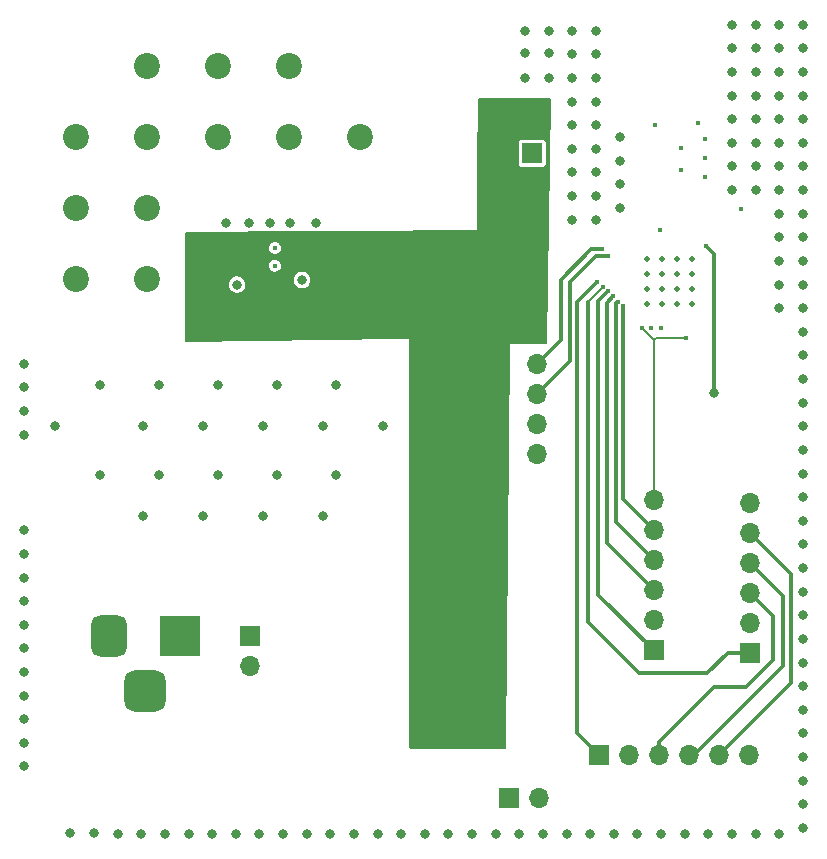
<source format=gbr>
%TF.GenerationSoftware,KiCad,Pcbnew,(6.0.7)*%
%TF.CreationDate,2022-10-02T00:57:54+02:00*%
%TF.ProjectId,sensor_modul,73656e73-6f72-45f6-9d6f-64756c2e6b69,rev?*%
%TF.SameCoordinates,Original*%
%TF.FileFunction,Copper,L3,Inr*%
%TF.FilePolarity,Positive*%
%FSLAX46Y46*%
G04 Gerber Fmt 4.6, Leading zero omitted, Abs format (unit mm)*
G04 Created by KiCad (PCBNEW (6.0.7)) date 2022-10-02 00:57:54*
%MOMM*%
%LPD*%
G01*
G04 APERTURE LIST*
G04 Aperture macros list*
%AMRoundRect*
0 Rectangle with rounded corners*
0 $1 Rounding radius*
0 $2 $3 $4 $5 $6 $7 $8 $9 X,Y pos of 4 corners*
0 Add a 4 corners polygon primitive as box body*
4,1,4,$2,$3,$4,$5,$6,$7,$8,$9,$2,$3,0*
0 Add four circle primitives for the rounded corners*
1,1,$1+$1,$2,$3*
1,1,$1+$1,$4,$5*
1,1,$1+$1,$6,$7*
1,1,$1+$1,$8,$9*
0 Add four rect primitives between the rounded corners*
20,1,$1+$1,$2,$3,$4,$5,0*
20,1,$1+$1,$4,$5,$6,$7,0*
20,1,$1+$1,$6,$7,$8,$9,0*
20,1,$1+$1,$8,$9,$2,$3,0*%
G04 Aperture macros list end*
%TA.AperFunction,ComponentPad*%
%ADD10R,3.500000X3.500000*%
%TD*%
%TA.AperFunction,ComponentPad*%
%ADD11RoundRect,0.750000X-0.750000X-1.000000X0.750000X-1.000000X0.750000X1.000000X-0.750000X1.000000X0*%
%TD*%
%TA.AperFunction,ComponentPad*%
%ADD12RoundRect,0.875000X-0.875000X-0.875000X0.875000X-0.875000X0.875000X0.875000X-0.875000X0.875000X0*%
%TD*%
%TA.AperFunction,ComponentPad*%
%ADD13R,1.700000X1.700000*%
%TD*%
%TA.AperFunction,ComponentPad*%
%ADD14O,1.700000X1.700000*%
%TD*%
%TA.AperFunction,ComponentPad*%
%ADD15C,0.500000*%
%TD*%
%TA.AperFunction,ViaPad*%
%ADD16C,2.200000*%
%TD*%
%TA.AperFunction,ViaPad*%
%ADD17C,0.400000*%
%TD*%
%TA.AperFunction,ViaPad*%
%ADD18C,0.800000*%
%TD*%
%TA.AperFunction,Conductor*%
%ADD19C,0.300000*%
%TD*%
%TA.AperFunction,Conductor*%
%ADD20C,0.200000*%
%TD*%
G04 APERTURE END LIST*
D10*
%TO.N,Net-(D4-Pad1)*%
%TO.C,J3*%
X76800000Y-81242500D03*
D11*
%TO.N,Net-(D5-Pad2)*%
X70800000Y-81242500D03*
D12*
%TO.N,N/C*%
X73800000Y-85942500D03*
%TD*%
D13*
%TO.N,/EFR32/Temp_sense*%
%TO.C,TH1*%
X104625000Y-95000000D03*
D14*
%TO.N,GND*%
X107165000Y-95000000D03*
%TD*%
D13*
%TO.N,/EFR32/SPI_CS1*%
%TO.C,J1*%
X116900000Y-82450000D03*
D14*
%TO.N,GND*%
X116900000Y-79910000D03*
%TO.N,/EFR32/SPI_CLK*%
X116900000Y-77370000D03*
%TO.N,/EFR32/SPI_MOSI*%
X116900000Y-74830000D03*
%TO.N,/EFR32/SPI_MISO*%
X116900000Y-72290000D03*
%TO.N,+3V3*%
X116900000Y-69750000D03*
%TD*%
D13*
%TO.N,/EFR32/SPI_CS2*%
%TO.C,J4*%
X112250000Y-91300000D03*
D14*
%TO.N,GND*%
X114790000Y-91300000D03*
%TO.N,/EFR32/SPI_CLK*%
X117330000Y-91300000D03*
%TO.N,/EFR32/SPI_MOSI*%
X119870000Y-91300000D03*
%TO.N,/EFR32/SPI_MISO*%
X122410000Y-91300000D03*
%TO.N,+3V3*%
X124950000Y-91300000D03*
%TD*%
D15*
%TO.N,N/C*%
%TO.C,U2*%
X120110000Y-50631667D03*
X118843333Y-49365000D03*
X117576667Y-51898333D03*
X117576667Y-50631667D03*
X118843333Y-53165000D03*
X116310000Y-50631667D03*
X118843333Y-50631667D03*
X116310000Y-49365000D03*
X116310000Y-51898333D03*
X116310000Y-53165000D03*
X120110000Y-51898333D03*
X117576667Y-53165000D03*
X118843333Y-51898333D03*
X120110000Y-49365000D03*
X120110000Y-53165000D03*
X117576667Y-49365000D03*
%TD*%
D13*
%TO.N,+3V3*%
%TO.C,J7*%
X107000000Y-55675000D03*
D14*
%TO.N,/EFR32/SWDIO*%
X107000000Y-58215000D03*
%TO.N,/EFR32/SWCLK*%
X107000000Y-60755000D03*
%TO.N,/EFR32/RESET*%
X107000000Y-63295000D03*
%TO.N,GND*%
X107000000Y-65835000D03*
%TD*%
D13*
%TO.N,Net-(D3-Pad2)*%
%TO.C,J6*%
X106600000Y-40375000D03*
D14*
%TO.N,+3V3*%
X106600000Y-37835000D03*
%TD*%
D13*
%TO.N,/EFR32/SPI_CS3*%
%TO.C,J5*%
X125000000Y-82650000D03*
D14*
%TO.N,GND*%
X125000000Y-80110000D03*
%TO.N,/EFR32/SPI_CLK*%
X125000000Y-77570000D03*
%TO.N,/EFR32/SPI_MOSI*%
X125000000Y-75030000D03*
%TO.N,/EFR32/SPI_MISO*%
X125000000Y-72490000D03*
%TO.N,+3V3*%
X125000000Y-69950000D03*
%TD*%
D13*
%TO.N,Net-(D4-Pad2)*%
%TO.C,J8*%
X82700000Y-81225000D03*
D14*
%TO.N,Net-(D5-Pad1)*%
X82700000Y-83765000D03*
%TD*%
D16*
%TO.N,*%
X68000000Y-39000000D03*
X74000000Y-33000000D03*
X74000000Y-39000000D03*
X68000000Y-51000000D03*
X74000000Y-51000000D03*
X68000000Y-45000000D03*
X86000000Y-33000000D03*
X92000000Y-39000000D03*
X74000000Y-45000000D03*
X80000000Y-33000000D03*
X86000000Y-39000000D03*
X80000000Y-39000000D03*
D17*
%TO.N,/EFR32/SPI_CS1*%
X113036532Y-52038612D03*
%TO.N,+3V3*%
X115900000Y-55200000D03*
D18*
X99300000Y-88500000D03*
X99300000Y-86900000D03*
X78300000Y-48000000D03*
X88800000Y-52300000D03*
X102300000Y-86900000D03*
D17*
X119600000Y-56000000D03*
D18*
X100700000Y-86900000D03*
%TO.N,GND*%
X129500000Y-55500000D03*
X110000000Y-46000000D03*
X63600000Y-58200000D03*
D17*
X119200000Y-39900000D03*
D18*
X129500000Y-49500000D03*
X63600000Y-76300000D03*
X73660000Y-63500000D03*
X86100000Y-46300000D03*
D17*
X119200000Y-41800000D03*
D18*
X129500000Y-65500000D03*
X75000000Y-60000000D03*
X129500000Y-93500000D03*
X117500000Y-98000000D03*
X125500000Y-41500000D03*
X129500000Y-47500000D03*
X73500000Y-98000000D03*
X88900000Y-63500000D03*
X127500000Y-35500000D03*
X87500000Y-98000000D03*
X78740000Y-71120000D03*
X129500000Y-37500000D03*
X106000000Y-31900000D03*
X70000000Y-67620000D03*
X129500000Y-77500000D03*
X63600000Y-72300000D03*
X125500000Y-37500000D03*
X127500000Y-49500000D03*
X110000000Y-42000000D03*
X127500000Y-47500000D03*
X109500000Y-98000000D03*
X110000000Y-44000000D03*
X129500000Y-53500000D03*
X123500000Y-39500000D03*
X103500000Y-98000000D03*
X63600000Y-78300000D03*
X127500000Y-39500000D03*
X69465514Y-97941378D03*
X63600000Y-88300000D03*
X129500000Y-79500000D03*
X85000000Y-60000000D03*
X129500000Y-63500000D03*
X123500000Y-98000000D03*
X112000000Y-30000000D03*
D17*
X84800000Y-49900000D03*
D18*
X125500000Y-39500000D03*
X63600000Y-74300000D03*
D17*
X121200000Y-42400000D03*
D18*
X125500000Y-43500000D03*
X73660000Y-71120000D03*
X80000000Y-60000000D03*
X112000000Y-46000000D03*
X129500000Y-81500000D03*
X113500000Y-98000000D03*
X63600000Y-86300000D03*
X66200000Y-63500000D03*
X63600000Y-62200000D03*
X112000000Y-34000000D03*
X121500000Y-98000000D03*
X114000000Y-39000000D03*
X129500000Y-75500000D03*
X123500000Y-33500000D03*
X129500000Y-41500000D03*
X63600000Y-80300000D03*
X129500000Y-61500000D03*
X85000000Y-67620000D03*
X108000000Y-30000000D03*
X125500000Y-98000000D03*
X79500000Y-98000000D03*
X108000000Y-34000000D03*
X123500000Y-31500000D03*
X110000000Y-32000000D03*
X83820000Y-71120000D03*
X127500000Y-41500000D03*
X95500000Y-98000000D03*
X127500000Y-33500000D03*
X110000000Y-30000000D03*
D17*
X116616388Y-55209988D03*
D18*
X90000000Y-67620000D03*
X108000000Y-31900000D03*
X78740000Y-63500000D03*
X63600000Y-82300000D03*
X89500000Y-98000000D03*
X127500000Y-53500000D03*
X129500000Y-33500000D03*
X82600000Y-46300000D03*
X112000000Y-36000000D03*
X125500000Y-31500000D03*
X129500000Y-29500000D03*
X77500000Y-98000000D03*
X129500000Y-59500000D03*
X129500000Y-73500000D03*
X112000000Y-44000000D03*
X127500000Y-29500000D03*
X129500000Y-89500000D03*
X129500000Y-67500000D03*
X88300000Y-46300000D03*
X129500000Y-35500000D03*
X129500000Y-57500000D03*
X67486214Y-97894252D03*
X123500000Y-35500000D03*
X63600000Y-64200000D03*
D17*
X121200000Y-40800000D03*
D18*
X129500000Y-95500000D03*
X110000000Y-38000000D03*
X110000000Y-34000000D03*
X110000000Y-40000000D03*
X127500000Y-51500000D03*
X80000000Y-67620000D03*
X115500000Y-98000000D03*
X123500000Y-29500000D03*
X85500000Y-98000000D03*
X129500000Y-43500000D03*
X97500000Y-98000000D03*
X119500000Y-98000000D03*
X129500000Y-31500000D03*
X84400000Y-46300000D03*
X81500000Y-98000000D03*
X75000000Y-67620000D03*
X129500000Y-85500000D03*
X81600000Y-51500000D03*
X129500000Y-91500000D03*
X107500000Y-98000000D03*
X99500000Y-98000000D03*
X106000000Y-30000000D03*
X112000000Y-42000000D03*
D17*
X121200000Y-39200000D03*
D18*
X114000000Y-43000000D03*
X114000000Y-45000000D03*
X63600000Y-60200000D03*
D17*
X117000000Y-38000000D03*
D18*
X127500000Y-31500000D03*
X129500000Y-69500000D03*
X129500000Y-97500000D03*
X91500000Y-98000000D03*
X105500000Y-98000000D03*
D17*
X120600000Y-37800000D03*
D18*
X75500000Y-98000000D03*
X125500000Y-29500000D03*
X127500000Y-43500000D03*
X127500000Y-98000000D03*
X63600000Y-90300000D03*
X114000000Y-41000000D03*
X129500000Y-83500000D03*
X87100000Y-51100000D03*
X123500000Y-43500000D03*
X93500000Y-98000000D03*
X110000000Y-36000000D03*
X70000000Y-60000000D03*
X129500000Y-71500000D03*
X63600000Y-84300000D03*
X129500000Y-51500000D03*
X71500000Y-98000000D03*
X112000000Y-40000000D03*
X63600000Y-92300000D03*
X127500000Y-37500000D03*
X101500000Y-98000000D03*
X112000000Y-32000000D03*
X106000000Y-34000000D03*
X125500000Y-35500000D03*
X88900000Y-71120000D03*
D17*
X84800000Y-48400000D03*
D18*
X90000000Y-60000000D03*
X127500000Y-45500000D03*
X83820000Y-63500000D03*
X123500000Y-37500000D03*
X129500000Y-39500000D03*
X112000000Y-38000000D03*
X111500000Y-98000000D03*
X83500000Y-98000000D03*
X125500000Y-33500000D03*
X93980000Y-63500000D03*
X129500000Y-87500000D03*
X80700000Y-46300000D03*
X123500000Y-41500000D03*
X129500000Y-45500000D03*
D17*
%TO.N,VDCDC*%
X117400500Y-46900000D03*
X117500000Y-55200000D03*
X124300000Y-45100000D03*
%TO.N,/EFR32/SPI_CLK*%
X113467447Y-52455403D03*
%TO.N,/EFR32/SPI_MOSI*%
X113820904Y-52939625D03*
%TO.N,/EFR32/SPI_MISO*%
X114300000Y-53300000D03*
%TO.N,/EFR32/SPI_CS2*%
X112088752Y-51304351D03*
%TO.N,/EFR32/SPI_CS3*%
X112558478Y-51676856D03*
%TO.N,/EFR32/RESET*%
X121300000Y-48200000D03*
D18*
X122000000Y-60700000D03*
D17*
%TO.N,/EFR32/SWDIO*%
X112500000Y-48500000D03*
%TO.N,/EFR32/SWCLK*%
X113000000Y-49100000D03*
%TD*%
D19*
%TO.N,/EFR32/SPI_CS1*%
X116900000Y-82450000D02*
X112200000Y-77750000D01*
X112200000Y-77750000D02*
X112200000Y-52875144D01*
X112200000Y-52875144D02*
X113036532Y-52038612D01*
D20*
%TO.N,+3V3*%
X116900000Y-69750000D02*
X116900000Y-56500000D01*
X117100000Y-56000000D02*
X119600000Y-56000000D01*
X116900000Y-56200000D02*
X116900000Y-56500000D01*
X115900000Y-55200000D02*
X116900000Y-56200000D01*
X116900000Y-56200000D02*
X117100000Y-56000000D01*
D19*
%TO.N,/EFR32/SPI_CLK*%
X112900000Y-53022850D02*
X113467447Y-52455403D01*
X127000000Y-83252155D02*
X127000000Y-79570000D01*
X117330000Y-90230000D02*
X121960000Y-85600000D01*
X127000000Y-79570000D02*
X125000000Y-77570000D01*
X117330000Y-91300000D02*
X117330000Y-90230000D01*
X124652155Y-85600000D02*
X127000000Y-83252155D01*
X112900000Y-73370000D02*
X112900000Y-53022850D01*
X121960000Y-85600000D02*
X124652155Y-85600000D01*
X116900000Y-77370000D02*
X112900000Y-73370000D01*
%TO.N,/EFR32/SPI_MOSI*%
X127800000Y-77830000D02*
X127800000Y-83800000D01*
X113695265Y-53065264D02*
X113820904Y-52939625D01*
X116900000Y-74830000D02*
X113695265Y-71625265D01*
X125000000Y-75030000D02*
X127800000Y-77830000D01*
X120300000Y-91300000D02*
X119870000Y-91300000D01*
X113695265Y-71625265D02*
X113695265Y-53065264D01*
X127800000Y-83800000D02*
X120300000Y-91300000D01*
%TO.N,/EFR32/SPI_MISO*%
X128500000Y-75990000D02*
X128500000Y-85210000D01*
X124800000Y-72290000D02*
X125000000Y-72490000D01*
X116900000Y-72290000D02*
X114300000Y-69690000D01*
X128500000Y-85210000D02*
X122410000Y-91300000D01*
X125000000Y-72490000D02*
X128500000Y-75990000D01*
X114300000Y-69690000D02*
X114300000Y-53300000D01*
%TO.N,/EFR32/SPI_CS2*%
X112088752Y-51304351D02*
X110400000Y-52993103D01*
X110400000Y-52993103D02*
X110400000Y-89450000D01*
X110400000Y-89450000D02*
X112250000Y-91300000D01*
D20*
%TO.N,/EFR32/SPI_CS3*%
X111300000Y-52935334D02*
X111300000Y-53200000D01*
D19*
X111300000Y-80100000D02*
X115600000Y-84400000D01*
X121400000Y-84400000D02*
X123150000Y-82650000D01*
X115600000Y-84400000D02*
X121400000Y-84400000D01*
X123150000Y-82650000D02*
X125000000Y-82650000D01*
X111300000Y-53200000D02*
X111300000Y-80100000D01*
X111300000Y-53200000D02*
X111300000Y-52992893D01*
D20*
X112558478Y-51676856D02*
X111300000Y-52935334D01*
D19*
X111300000Y-52992893D02*
X111307107Y-52992893D01*
%TO.N,/EFR32/RESET*%
X122000000Y-60600000D02*
X122000000Y-48900000D01*
X122000000Y-48900000D02*
X121300000Y-48200000D01*
%TO.N,/EFR32/SWDIO*%
X111600000Y-48500000D02*
X112500000Y-48500000D01*
X109000000Y-56215000D02*
X109000000Y-51100000D01*
X107000000Y-58215000D02*
X109000000Y-56215000D01*
X109000000Y-51100000D02*
X111600000Y-48500000D01*
%TO.N,/EFR32/SWCLK*%
X112000000Y-49100000D02*
X113000000Y-49100000D01*
X109800000Y-51300000D02*
X112000000Y-49100000D01*
X109800000Y-57955000D02*
X109800000Y-51300000D01*
X107000000Y-60755000D02*
X109800000Y-57955000D01*
%TD*%
%TA.AperFunction,Conductor*%
%TO.N,+3V3*%
G36*
X108122607Y-35719962D02*
G01*
X108177145Y-35774500D01*
X108197079Y-35851865D01*
X107802927Y-56343658D01*
X107781536Y-56417761D01*
X107725960Y-56471240D01*
X107654472Y-56489792D01*
X104700000Y-56500000D01*
X104699136Y-56598783D01*
X104401292Y-90652315D01*
X104380679Y-90726638D01*
X104325667Y-90780696D01*
X104252311Y-90800012D01*
X100801915Y-90800305D01*
X96349012Y-90800684D01*
X96274511Y-90780728D01*
X96219969Y-90726195D01*
X96200000Y-90651684D01*
X96200000Y-56100000D01*
X95117867Y-56117086D01*
X77351476Y-56397608D01*
X77276670Y-56378825D01*
X77221278Y-56325155D01*
X77200124Y-56248505D01*
X77200163Y-56201591D01*
X77204020Y-51492611D01*
X80894394Y-51492611D01*
X80912999Y-51661135D01*
X80916087Y-51669572D01*
X80916087Y-51669574D01*
X80923917Y-51690969D01*
X80971266Y-51820356D01*
X80976275Y-51827811D01*
X80976276Y-51827812D01*
X80984431Y-51839947D01*
X81065830Y-51961083D01*
X81072472Y-51967126D01*
X81072473Y-51967128D01*
X81090430Y-51983467D01*
X81191233Y-52075191D01*
X81199128Y-52079478D01*
X81199130Y-52079479D01*
X81332344Y-52151808D01*
X81332347Y-52151809D01*
X81340235Y-52156092D01*
X81377743Y-52165932D01*
X81495549Y-52196838D01*
X81495551Y-52196838D01*
X81504233Y-52199116D01*
X81513209Y-52199257D01*
X81664781Y-52201638D01*
X81673760Y-52201779D01*
X81839029Y-52163928D01*
X81990498Y-52087747D01*
X82012279Y-52069144D01*
X82112594Y-51983467D01*
X82112596Y-51983465D01*
X82119423Y-51977634D01*
X82136866Y-51953360D01*
X82213124Y-51847236D01*
X82213126Y-51847232D01*
X82218361Y-51839947D01*
X82234511Y-51799774D01*
X82278251Y-51690969D01*
X82278252Y-51690964D01*
X82281601Y-51682634D01*
X82305490Y-51514778D01*
X82305645Y-51500000D01*
X82285276Y-51331680D01*
X82225345Y-51173077D01*
X82170042Y-51092611D01*
X86394394Y-51092611D01*
X86412999Y-51261135D01*
X86416087Y-51269572D01*
X86416087Y-51269574D01*
X86448286Y-51357561D01*
X86471266Y-51420356D01*
X86476275Y-51427811D01*
X86476276Y-51427812D01*
X86534715Y-51514778D01*
X86565830Y-51561083D01*
X86572472Y-51567126D01*
X86572473Y-51567128D01*
X86675786Y-51661135D01*
X86691233Y-51675191D01*
X86699128Y-51679478D01*
X86699130Y-51679479D01*
X86832344Y-51751808D01*
X86832347Y-51751809D01*
X86840235Y-51756092D01*
X86877743Y-51765932D01*
X86995549Y-51796838D01*
X86995551Y-51796838D01*
X87004233Y-51799116D01*
X87013209Y-51799257D01*
X87164781Y-51801638D01*
X87173760Y-51801779D01*
X87339029Y-51763928D01*
X87490498Y-51687747D01*
X87512279Y-51669144D01*
X87612594Y-51583467D01*
X87612596Y-51583465D01*
X87619423Y-51577634D01*
X87678688Y-51495158D01*
X87713124Y-51447236D01*
X87713126Y-51447232D01*
X87718361Y-51439947D01*
X87729628Y-51411920D01*
X87778251Y-51290969D01*
X87778252Y-51290964D01*
X87781601Y-51282634D01*
X87805490Y-51114778D01*
X87805645Y-51100000D01*
X87785276Y-50931680D01*
X87725345Y-50773077D01*
X87629312Y-50633349D01*
X87622604Y-50627372D01*
X87509428Y-50526535D01*
X87509424Y-50526532D01*
X87502721Y-50520560D01*
X87494783Y-50516357D01*
X87494780Y-50516355D01*
X87360823Y-50445429D01*
X87352881Y-50441224D01*
X87344168Y-50439035D01*
X87344167Y-50439035D01*
X87271691Y-50420830D01*
X87188441Y-50399919D01*
X87077320Y-50399337D01*
X87027873Y-50399078D01*
X87018895Y-50399031D01*
X87010164Y-50401127D01*
X87010165Y-50401127D01*
X86862765Y-50436515D01*
X86862762Y-50436516D01*
X86854032Y-50438612D01*
X86846053Y-50442730D01*
X86846051Y-50442731D01*
X86840824Y-50445429D01*
X86703369Y-50516375D01*
X86696602Y-50522279D01*
X86696598Y-50522281D01*
X86691722Y-50526535D01*
X86575604Y-50627831D01*
X86478113Y-50766547D01*
X86416524Y-50924513D01*
X86394394Y-51092611D01*
X82170042Y-51092611D01*
X82129312Y-51033349D01*
X82122604Y-51027372D01*
X82009428Y-50926535D01*
X82009424Y-50926532D01*
X82002721Y-50920560D01*
X81994783Y-50916357D01*
X81994780Y-50916355D01*
X81860823Y-50845429D01*
X81852881Y-50841224D01*
X81844168Y-50839035D01*
X81844167Y-50839035D01*
X81771691Y-50820830D01*
X81688441Y-50799919D01*
X81584002Y-50799372D01*
X81527873Y-50799078D01*
X81518895Y-50799031D01*
X81510164Y-50801127D01*
X81510165Y-50801127D01*
X81362765Y-50836515D01*
X81362762Y-50836516D01*
X81354032Y-50838612D01*
X81346053Y-50842730D01*
X81346051Y-50842731D01*
X81340824Y-50845429D01*
X81203369Y-50916375D01*
X81196602Y-50922279D01*
X81196598Y-50922281D01*
X81082373Y-51021926D01*
X81075604Y-51027831D01*
X80978113Y-51166547D01*
X80916524Y-51324513D01*
X80894394Y-51492611D01*
X77204020Y-51492611D01*
X77205329Y-49893823D01*
X84294391Y-49893823D01*
X84312980Y-50035979D01*
X84370720Y-50167203D01*
X84462970Y-50276948D01*
X84582313Y-50356390D01*
X84592442Y-50359554D01*
X84592443Y-50359555D01*
X84615804Y-50366853D01*
X84719157Y-50399142D01*
X84729764Y-50399336D01*
X84729767Y-50399337D01*
X84792020Y-50400478D01*
X84862499Y-50401770D01*
X84915543Y-50387308D01*
X84990574Y-50366853D01*
X84990577Y-50366852D01*
X85000817Y-50364060D01*
X85009862Y-50358506D01*
X85009865Y-50358505D01*
X85113942Y-50294601D01*
X85122991Y-50289045D01*
X85161697Y-50246283D01*
X85212077Y-50190624D01*
X85212078Y-50190622D01*
X85219200Y-50182754D01*
X85281710Y-50053733D01*
X85305496Y-49912354D01*
X85305647Y-49900000D01*
X85285323Y-49758082D01*
X85255654Y-49692827D01*
X85230378Y-49637235D01*
X85230376Y-49637232D01*
X85225984Y-49627572D01*
X85219058Y-49619534D01*
X85219056Y-49619531D01*
X85179192Y-49573267D01*
X85132400Y-49518963D01*
X85123496Y-49513192D01*
X85123493Y-49513189D01*
X85056723Y-49469911D01*
X85012095Y-49440985D01*
X84965284Y-49426986D01*
X84884912Y-49402949D01*
X84884910Y-49402949D01*
X84874739Y-49399907D01*
X84864121Y-49399842D01*
X84864120Y-49399842D01*
X84804650Y-49399479D01*
X84731376Y-49399031D01*
X84721171Y-49401948D01*
X84721168Y-49401948D01*
X84603731Y-49435512D01*
X84603729Y-49435513D01*
X84593529Y-49438428D01*
X84584556Y-49444090D01*
X84584555Y-49444090D01*
X84501296Y-49496623D01*
X84472280Y-49514930D01*
X84465256Y-49522884D01*
X84465254Y-49522885D01*
X84418525Y-49575796D01*
X84377377Y-49622388D01*
X84316447Y-49752163D01*
X84294391Y-49893823D01*
X77205329Y-49893823D01*
X77206558Y-48393823D01*
X84294391Y-48393823D01*
X84312980Y-48535979D01*
X84370720Y-48667203D01*
X84462970Y-48776948D01*
X84582313Y-48856390D01*
X84592442Y-48859554D01*
X84592443Y-48859555D01*
X84615804Y-48866853D01*
X84719157Y-48899142D01*
X84729764Y-48899336D01*
X84729767Y-48899337D01*
X84792020Y-48900478D01*
X84862499Y-48901770D01*
X84915543Y-48887308D01*
X84990574Y-48866853D01*
X84990577Y-48866852D01*
X85000817Y-48864060D01*
X85009862Y-48858506D01*
X85009865Y-48858505D01*
X85113942Y-48794601D01*
X85122991Y-48789045D01*
X85161697Y-48746283D01*
X85212077Y-48690624D01*
X85212078Y-48690622D01*
X85219200Y-48682754D01*
X85281710Y-48553733D01*
X85305496Y-48412354D01*
X85305647Y-48400000D01*
X85285323Y-48258082D01*
X85255653Y-48192827D01*
X85230378Y-48137235D01*
X85230376Y-48137232D01*
X85225984Y-48127572D01*
X85219058Y-48119534D01*
X85219056Y-48119531D01*
X85179192Y-48073268D01*
X85132400Y-48018963D01*
X85123496Y-48013192D01*
X85123493Y-48013189D01*
X85056723Y-47969911D01*
X85012095Y-47940985D01*
X84965284Y-47926986D01*
X84884912Y-47902949D01*
X84884910Y-47902949D01*
X84874739Y-47899907D01*
X84864121Y-47899842D01*
X84864120Y-47899842D01*
X84804650Y-47899479D01*
X84731376Y-47899031D01*
X84721171Y-47901948D01*
X84721168Y-47901948D01*
X84603731Y-47935512D01*
X84603729Y-47935513D01*
X84593529Y-47938428D01*
X84584556Y-47944090D01*
X84584555Y-47944090D01*
X84501296Y-47996623D01*
X84472280Y-48014930D01*
X84465256Y-48022884D01*
X84465254Y-48022885D01*
X84418525Y-48075796D01*
X84377377Y-48122388D01*
X84316447Y-48252163D01*
X84294391Y-48393823D01*
X77206558Y-48393823D01*
X77207532Y-47204730D01*
X77227555Y-47130247D01*
X77282138Y-47075754D01*
X77355586Y-47055856D01*
X79005232Y-47045381D01*
X86085144Y-47000424D01*
X86088430Y-47000439D01*
X86164780Y-47001638D01*
X86164781Y-47001638D01*
X86173760Y-47001779D01*
X86180341Y-47000272D01*
X86189532Y-46999761D01*
X88139321Y-46987380D01*
X88178076Y-46992254D01*
X88194255Y-46996498D01*
X88204233Y-46999116D01*
X88273323Y-47000201D01*
X88364781Y-47001638D01*
X88373760Y-47001779D01*
X88429159Y-46989091D01*
X88461478Y-46985334D01*
X90967633Y-46969420D01*
X101900000Y-46900000D01*
X101950271Y-41269646D01*
X105449500Y-41269646D01*
X105452618Y-41295846D01*
X105498061Y-41398153D01*
X105577287Y-41477241D01*
X105589867Y-41482803D01*
X105589869Y-41482804D01*
X105669426Y-41517976D01*
X105679673Y-41522506D01*
X105694318Y-41524213D01*
X105701070Y-41525001D01*
X105701078Y-41525001D01*
X105705354Y-41525500D01*
X107494646Y-41525500D01*
X107520846Y-41522382D01*
X107623153Y-41476939D01*
X107702241Y-41397713D01*
X107747506Y-41295327D01*
X107750500Y-41269646D01*
X107750500Y-39480354D01*
X107747382Y-39454154D01*
X107701939Y-39351847D01*
X107622713Y-39272759D01*
X107610133Y-39267197D01*
X107610131Y-39267196D01*
X107530574Y-39232024D01*
X107530573Y-39232024D01*
X107520327Y-39227494D01*
X107505682Y-39225787D01*
X107498930Y-39224999D01*
X107498922Y-39224999D01*
X107494646Y-39224500D01*
X105705354Y-39224500D01*
X105679154Y-39227618D01*
X105576847Y-39273061D01*
X105497759Y-39352287D01*
X105452494Y-39454673D01*
X105449500Y-39480354D01*
X105449500Y-41269646D01*
X101950271Y-41269646D01*
X101998681Y-35847669D01*
X102019308Y-35773351D01*
X102074330Y-35719302D01*
X102147675Y-35700000D01*
X108048107Y-35700000D01*
X108122607Y-35719962D01*
G37*
%TD.AperFunction*%
%TD*%
M02*

</source>
